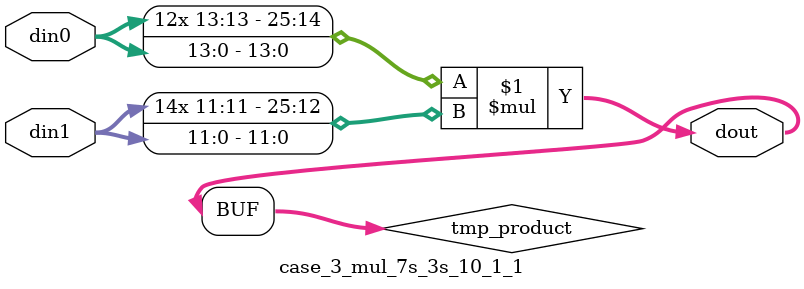
<source format=v>

`timescale 1 ns / 1 ps

 (* use_dsp = "no" *)  module case_3_mul_7s_3s_10_1_1(din0, din1, dout);
parameter ID = 1;
parameter NUM_STAGE = 0;
parameter din0_WIDTH = 14;
parameter din1_WIDTH = 12;
parameter dout_WIDTH = 26;

input [din0_WIDTH - 1 : 0] din0; 
input [din1_WIDTH - 1 : 0] din1; 
output [dout_WIDTH - 1 : 0] dout;

wire signed [dout_WIDTH - 1 : 0] tmp_product;



























assign tmp_product = $signed(din0) * $signed(din1);








assign dout = tmp_product;





















endmodule

</source>
